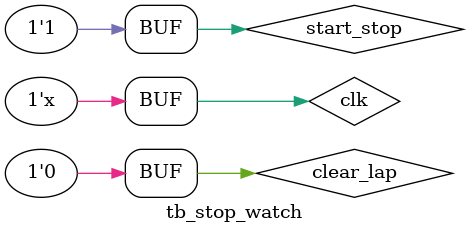
<source format=v>
`timescale 1ns / 1ps


module tb_stop_watch();
stop_watch  #(.FREQ(10)) uut (
    .clk(clk),
    .clear_lap(clear_lap),
    .start_stop(start_stop),
    .AN(AN),
    .CA(CA)
    );
parameter CLK_PD=8.0;
reg clk;
reg clear_lap;
reg start_stop;
wire AN;
wire CA;

initial clk=1'b0;
always #(CLK_PD/2) clk=~clk;

initial begin
    clear_lap=1'b0;
    start_stop=1'b0;
    #(CLK_PD*10);        
    
    start_stop=1'b1;
    #(CLK_PD*200);        
    

    start_stop=1'b0;
    #(CLK_PD*100);
    
    start_stop=1'b1;
    #(CLK_PD*200);
end

initial begin
    $monitor("Time=%t state=%b next_state=%b cnt_1s=%d sec1=%d", 
             $time, uut.state, uut.next_state, uut.cnt_1s, uut.sec1);
end
endmodule

</source>
